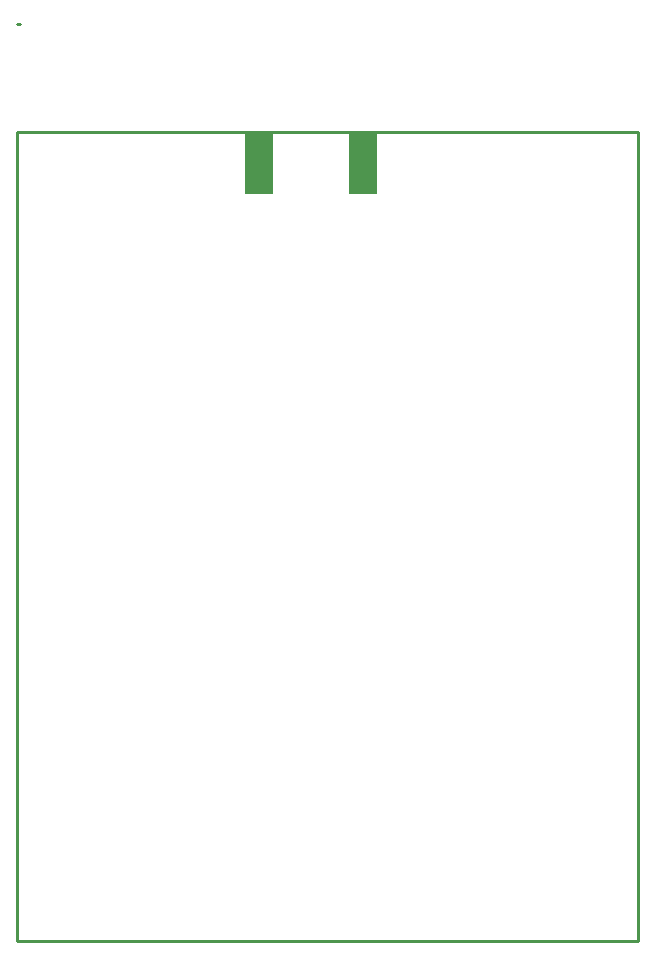
<source format=gbp>
G04 Layer_Color=128*
%FSLAX25Y25*%
%MOIN*%
G70*
G01*
G75*
%ADD16R,0.09508X0.20000*%
%ADD22C,0.01000*%
D16*
X180246Y359500D02*
D03*
X214754D02*
D03*
D22*
X99500Y406000D02*
X100500D01*
X136500Y370000D02*
X306500D01*
Y362500D02*
Y370000D01*
X99500Y100500D02*
Y362500D01*
X306500Y100500D02*
Y362500D01*
X99500Y100500D02*
X306500D01*
X99500Y370000D02*
X136500D01*
X99500Y362500D02*
Y370000D01*
M02*

</source>
